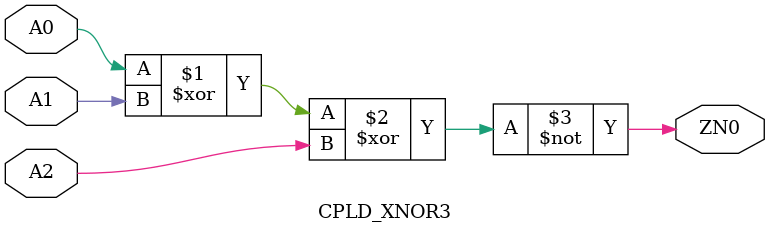
<source format=v>
module CPLD_XNOR3 (ZN0, A0, A1, A2);

    input  A0;
    input  A1;
    input  A2;

    output  ZN0;

    xnor INST1 (ZN0, A0, A1, A2);

endmodule

</source>
